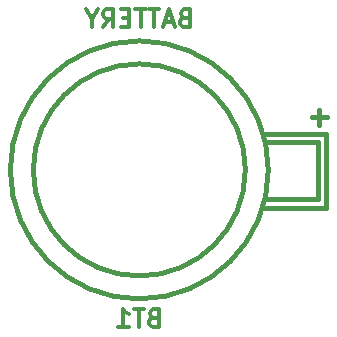
<source format=gbo>
G04 (created by PCBNEW (22-Jun-2014 BZR 4027)-stable) date fr. 16. jan. 2015 kl. 19.54 +0100*
%MOIN*%
G04 Gerber Fmt 3.4, Leading zero omitted, Abs format*
%FSLAX34Y34*%
G01*
G70*
G90*
G04 APERTURE LIST*
%ADD10C,0.00590551*%
%ADD11C,0.015*%
%ADD12C,0.012*%
G04 APERTURE END LIST*
G54D10*
G54D11*
X49873Y-38284D02*
X51644Y-38284D01*
X51644Y-38284D02*
X51644Y-36355D01*
X51644Y-36355D02*
X49912Y-36355D01*
X51920Y-36158D02*
X51920Y-38559D01*
X51920Y-38559D02*
X49833Y-38559D01*
X49833Y-36118D02*
X51920Y-36118D01*
X51700Y-35800D02*
X51700Y-35300D01*
X51450Y-35550D02*
X51950Y-35550D01*
X49235Y-37300D02*
G75*
G03X49235Y-37300I-3535J0D01*
G74*
G01*
X50001Y-37300D02*
G75*
G03X50001Y-37300I-4301J0D01*
G74*
G01*
G54D12*
X46171Y-42228D02*
X46085Y-42257D01*
X46057Y-42285D01*
X46028Y-42342D01*
X46028Y-42428D01*
X46057Y-42485D01*
X46085Y-42514D01*
X46142Y-42542D01*
X46371Y-42542D01*
X46371Y-41942D01*
X46171Y-41942D01*
X46114Y-41971D01*
X46085Y-42000D01*
X46057Y-42057D01*
X46057Y-42114D01*
X46085Y-42171D01*
X46114Y-42200D01*
X46171Y-42228D01*
X46371Y-42228D01*
X45857Y-41942D02*
X45514Y-41942D01*
X45685Y-42542D02*
X45685Y-41942D01*
X45000Y-42542D02*
X45342Y-42542D01*
X45171Y-42542D02*
X45171Y-41942D01*
X45228Y-42028D01*
X45285Y-42085D01*
X45342Y-42114D01*
X47200Y-32228D02*
X47114Y-32257D01*
X47085Y-32285D01*
X47057Y-32342D01*
X47057Y-32428D01*
X47085Y-32485D01*
X47114Y-32514D01*
X47171Y-32542D01*
X47400Y-32542D01*
X47400Y-31942D01*
X47200Y-31942D01*
X47142Y-31971D01*
X47114Y-32000D01*
X47085Y-32057D01*
X47085Y-32114D01*
X47114Y-32171D01*
X47142Y-32200D01*
X47200Y-32228D01*
X47400Y-32228D01*
X46828Y-32371D02*
X46542Y-32371D01*
X46885Y-32542D02*
X46685Y-31942D01*
X46485Y-32542D01*
X46371Y-31942D02*
X46028Y-31942D01*
X46200Y-32542D02*
X46200Y-31942D01*
X45914Y-31942D02*
X45571Y-31942D01*
X45742Y-32542D02*
X45742Y-31942D01*
X45371Y-32228D02*
X45171Y-32228D01*
X45085Y-32542D02*
X45371Y-32542D01*
X45371Y-31942D01*
X45085Y-31942D01*
X44485Y-32542D02*
X44685Y-32257D01*
X44828Y-32542D02*
X44828Y-31942D01*
X44599Y-31942D01*
X44542Y-31971D01*
X44514Y-32000D01*
X44485Y-32057D01*
X44485Y-32142D01*
X44514Y-32200D01*
X44542Y-32228D01*
X44599Y-32257D01*
X44828Y-32257D01*
X44114Y-32257D02*
X44114Y-32542D01*
X44314Y-31942D02*
X44114Y-32257D01*
X43914Y-31942D01*
M02*

</source>
